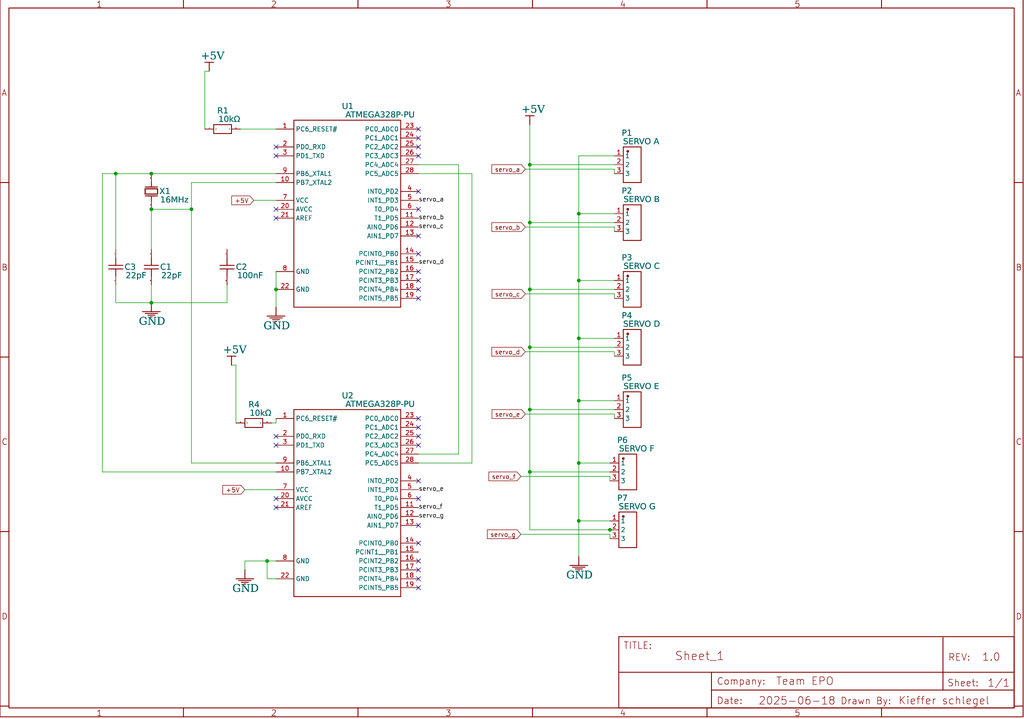
<source format=kicad_sch>
(kicad_sch (version 20250114) (generator "eeschema") (generator_version "9.0")
  (paper "User" 292.1 205.105)
  (lib_symbols
    (symbol "+5V" (power) (pin_numbers (hide yes)) (pin_names (hide yes))
      (property "Value" "+5V" (at 0 -3.81 0))
      (symbol "+5V_0_0"
        (polyline (pts (xy -1.27 -2.54) (xy 1.27 -2.54)) (stroke (width 0.254)))
        (polyline (pts (xy 0 0) (xy 0 -2.54)) (stroke (width 0.254)))
        (pin power_in line (at 0 0 270) (length 0) (name "+5V") (number "1"))
      )
    )
    (symbol "7.62MM-3P"
      (property "Reference" "P1" (at -2.9718 9.8933 0))
      (property "Value" "SERVO A" (at -2.9718 7.5311 0))
      (symbol "7.62MM-3P_0_0"
        (rectangle (start -2.54 5.08) (end 2.54 -5.08) (stroke (width 0.254)))
        (circle (center -1.27 3.81) (radius 0.254) (stroke (width 0.254)) (fill (type outline)))
        (pin unspecified line (at -5.08 2.54 0) (length 2.54) (name "1") (number "1"))
        (pin unspecified line (at -5.08 0 0) (length 2.54) (name "2") (number "2"))
        (pin unspecified line (at -5.08 -2.54 0) (length 2.54) (name "3") (number "3"))
      )
    )
    (symbol "7.62MM-3P_1"
      (property "Reference" "P2" (at -2.9718 9.8933 0))
      (property "Value" "SERVO B" (at -2.9718 7.5311 0))
      (symbol "7.62MM-3P_1_0_0"
        (rectangle (start -2.54 5.08) (end 2.54 -5.08) (stroke (width 0.254)))
        (circle (center -1.27 3.81) (radius 0.254) (stroke (width 0.254)) (fill (type outline)))
        (pin unspecified line (at -5.08 2.54 0) (length 2.54) (name "1") (number "1"))
        (pin unspecified line (at -5.08 0 0) (length 2.54) (name "2") (number "2"))
        (pin unspecified line (at -5.08 -2.54 0) (length 2.54) (name "3") (number "3"))
      )
    )
    (symbol "7.62MM-3P_2"
      (property "Reference" "P3" (at -2.9718 9.8933 0))
      (property "Value" "SERVO C" (at -2.9718 7.5311 0))
      (symbol "7.62MM-3P_2_0_0"
        (rectangle (start -2.54 5.08) (end 2.54 -5.08) (stroke (width 0.254)))
        (circle (center -1.27 3.81) (radius 0.254) (stroke (width 0.254)) (fill (type outline)))
        (pin unspecified line (at -5.08 2.54 0) (length 2.54) (name "1") (number "1"))
        (pin unspecified line (at -5.08 0 0) (length 2.54) (name "2") (number "2"))
        (pin unspecified line (at -5.08 -2.54 0) (length 2.54) (name "3") (number "3"))
      )
    )
    (symbol "7.62MM-3P_3"
      (property "Reference" "P4" (at -2.9718 9.8933 0))
      (property "Value" "SERVO D" (at -2.9718 7.5311 0))
      (symbol "7.62MM-3P_3_0_0"
        (rectangle (start -2.54 5.08) (end 2.54 -5.08) (stroke (width 0.254)))
        (circle (center -1.27 3.81) (radius 0.254) (stroke (width 0.254)) (fill (type outline)))
        (pin unspecified line (at -5.08 2.54 0) (length 2.54) (name "1") (number "1"))
        (pin unspecified line (at -5.08 0 0) (length 2.54) (name "2") (number "2"))
        (pin unspecified line (at -5.08 -2.54 0) (length 2.54) (name "3") (number "3"))
      )
    )
    (symbol "7.62MM-3P_4"
      (property "Reference" "P5" (at -2.9718 9.8933 0))
      (property "Value" "SERVO E" (at -2.9718 7.5311 0))
      (symbol "7.62MM-3P_4_0_0"
        (rectangle (start -2.54 5.08) (end 2.54 -5.08) (stroke (width 0.254)))
        (circle (center -1.27 3.81) (radius 0.254) (stroke (width 0.254)) (fill (type outline)))
        (pin unspecified line (at -5.08 2.54 0) (length 2.54) (name "1") (number "1"))
        (pin unspecified line (at -5.08 0 0) (length 2.54) (name "2") (number "2"))
        (pin unspecified line (at -5.08 -2.54 0) (length 2.54) (name "3") (number "3"))
      )
    )
    (symbol "7.62MM-3P_5"
      (property "Reference" "P6" (at -2.9718 9.8933 0))
      (property "Value" "SERVO F" (at -2.9718 7.5311 0))
      (symbol "7.62MM-3P_5_0_0"
        (rectangle (start -2.54 5.08) (end 2.54 -5.08) (stroke (width 0.254)))
        (circle (center -1.27 3.81) (radius 0.254) (stroke (width 0.254)) (fill (type outline)))
        (pin unspecified line (at -5.08 2.54 0) (length 2.54) (name "1") (number "1"))
        (pin unspecified line (at -5.08 0 0) (length 2.54) (name "2") (number "2"))
        (pin unspecified line (at -5.08 -2.54 0) (length 2.54) (name "3") (number "3"))
      )
    )
    (symbol "7.62MM-3P_6"
      (property "Reference" "P7" (at -2.9718 9.8933 0))
      (property "Value" "SERVO G" (at -2.9718 7.5311 0))
      (symbol "7.62MM-3P_6_0_0"
        (rectangle (start -2.54 5.08) (end 2.54 -5.08) (stroke (width 0.254)))
        (circle (center -1.27 3.81) (radius 0.254) (stroke (width 0.254)) (fill (type outline)))
        (pin unspecified line (at -5.08 2.54 0) (length 2.54) (name "1") (number "1"))
        (pin unspecified line (at -5.08 0 0) (length 2.54) (name "2") (number "2"))
        (pin unspecified line (at -5.08 -2.54 0) (length 2.54) (name "3") (number "3"))
      )
    )
    (symbol "ATMEGA328P-PU"
      (property "Reference" "U1" (at -1.4986 31.4833 0))
      (property "Value" "ATMEGA328P-PU" (at -1.4986 29.1211 0))
      (symbol "ATMEGA328P-PU_0_0"
        (rectangle (start -15.24 26.67) (end 15.24 -26.67) (stroke (width 0.254)))
        (pin bidirectional line (at -20.32 24.13 0) (length 5.08) (name "PC6_RESET#") (number "1"))
        (pin bidirectional line (at -20.32 19.05 0) (length 5.08) (name "PD0_RXD") (number "2"))
        (pin bidirectional line (at -20.32 16.51 0) (length 5.08) (name "PD1_TXD") (number "3"))
        (pin bidirectional line (at -20.32 11.43 0) (length 5.08) (name "PB6_XTAL1") (number "9"))
        (pin bidirectional line (at -20.32 8.89 0) (length 5.08) (name "PB7_XTAL2") (number "10"))
        (pin passive line (at -20.32 3.81 0) (length 5.08) (name "VCC") (number "7"))
        (pin passive line (at -20.32 1.27 0) (length 5.08) (name "AVCC") (number "20"))
        (pin passive line (at -20.32 -1.27 0) (length 5.08) (name "AREF") (number "21"))
        (pin passive line (at -20.32 -16.51 0) (length 5.08) (name "GND") (number "8"))
        (pin passive line (at -20.32 -21.59 0) (length 5.08) (name "GND") (number "22"))
        (pin bidirectional line (at 20.32 24.13 180) (length 5.08) (name "PC0_ADC0") (number "23"))
        (pin bidirectional line (at 20.32 21.59 180) (length 5.08) (name "PC1_ADC1") (number "24"))
        (pin bidirectional line (at 20.32 19.05 180) (length 5.08) (name "PC2_ADC2") (number "25"))
        (pin bidirectional line (at 20.32 16.51 180) (length 5.08) (name "PC3_ADC3") (number "26"))
        (pin bidirectional line (at 20.32 13.97 180) (length 5.08) (name "PC4_ADC4") (number "27"))
        (pin bidirectional line (at 20.32 11.43 180) (length 5.08) (name "PC5_ADC5") (number "28"))
        (pin bidirectional line (at 20.32 6.35 180) (length 5.08) (name "INT0_PD2") (number "4"))
        (pin bidirectional line (at 20.32 3.81 180) (length 5.08) (name "INT1_PD3") (number "5"))
        (pin bidirectional line (at 20.32 1.27 180) (length 5.08) (name "T0_PD4") (number "6"))
        (pin bidirectional line (at 20.32 -1.27 180) (length 5.08) (name "T1_PD5") (number "11"))
        (pin bidirectional line (at 20.32 -3.81 180) (length 5.08) (name "AIN0_PD6") (number "12"))
        (pin bidirectional line (at 20.32 -6.35 180) (length 5.08) (name "AIN1_PD7") (number "13"))
        (pin bidirectional line (at 20.32 -11.43 180) (length 5.08) (name "PCINT0_PB0") (number "14"))
        (pin bidirectional line (at 20.32 -13.97 180) (length 5.08) (name "PCINT1__PB1") (number "15"))
        (pin bidirectional line (at 20.32 -16.51 180) (length 5.08) (name "PCINT2_PB2") (number "16"))
        (pin bidirectional line (at 20.32 -19.05 180) (length 5.08) (name "PCINT3_PB3") (number "17"))
        (pin bidirectional line (at 20.32 -21.59 180) (length 5.08) (name "PCINT4_PB4") (number "18"))
        (pin bidirectional line (at 20.32 -24.13 180) (length 5.08) (name "PCINT5_PB5") (number "19"))
      )
    )
    (symbol "ATMEGA328P-PU_1"
      (property "Reference" "U2" (at -1.4986 31.4833 0))
      (property "Value" "ATMEGA328P-PU" (at -1.4986 29.1211 0))
      (symbol "ATMEGA328P-PU_1_0_0"
        (rectangle (start -15.24 26.67) (end 15.24 -26.67) (stroke (width 0.254)))
        (pin bidirectional line (at -20.32 24.13 0) (length 5.08) (name "PC6_RESET#") (number "1"))
        (pin bidirectional line (at -20.32 19.05 0) (length 5.08) (name "PD0_RXD") (number "2"))
        (pin bidirectional line (at -20.32 16.51 0) (length 5.08) (name "PD1_TXD") (number "3"))
        (pin bidirectional line (at -20.32 11.43 0) (length 5.08) (name "PB6_XTAL1") (number "9"))
        (pin bidirectional line (at -20.32 8.89 0) (length 5.08) (name "PB7_XTAL2") (number "10"))
        (pin passive line (at -20.32 3.81 0) (length 5.08) (name "VCC") (number "7"))
        (pin passive line (at -20.32 1.27 0) (length 5.08) (name "AVCC") (number "20"))
        (pin passive line (at -20.32 -1.27 0) (length 5.08) (name "AREF") (number "21"))
        (pin passive line (at -20.32 -16.51 0) (length 5.08) (name "GND") (number "8"))
        (pin passive line (at -20.32 -21.59 0) (length 5.08) (name "GND") (number "22"))
        (pin bidirectional line (at 20.32 24.13 180) (length 5.08) (name "PC0_ADC0") (number "23"))
        (pin bidirectional line (at 20.32 21.59 180) (length 5.08) (name "PC1_ADC1") (number "24"))
        (pin bidirectional line (at 20.32 19.05 180) (length 5.08) (name "PC2_ADC2") (number "25"))
        (pin bidirectional line (at 20.32 16.51 180) (length 5.08) (name "PC3_ADC3") (number "26"))
        (pin bidirectional line (at 20.32 13.97 180) (length 5.08) (name "PC4_ADC4") (number "27"))
        (pin bidirectional line (at 20.32 11.43 180) (length 5.08) (name "PC5_ADC5") (number "28"))
        (pin bidirectional line (at 20.32 6.35 180) (length 5.08) (name "INT0_PD2") (number "4"))
        (pin bidirectional line (at 20.32 3.81 180) (length 5.08) (name "INT1_PD3") (number "5"))
        (pin bidirectional line (at 20.32 1.27 180) (length 5.08) (name "T0_PD4") (number "6"))
        (pin bidirectional line (at 20.32 -1.27 180) (length 5.08) (name "T1_PD5") (number "11"))
        (pin bidirectional line (at 20.32 -3.81 180) (length 5.08) (name "AIN0_PD6") (number "12"))
        (pin bidirectional line (at 20.32 -6.35 180) (length 5.08) (name "AIN1_PD7") (number "13"))
        (pin bidirectional line (at 20.32 -11.43 180) (length 5.08) (name "PCINT0_PB0") (number "14"))
        (pin bidirectional line (at 20.32 -13.97 180) (length 5.08) (name "PCINT1__PB1") (number "15"))
        (pin bidirectional line (at 20.32 -16.51 180) (length 5.08) (name "PCINT2_PB2") (number "16"))
        (pin bidirectional line (at 20.32 -19.05 180) (length 5.08) (name "PCINT3_PB3") (number "17"))
        (pin bidirectional line (at 20.32 -21.59 180) (length 5.08) (name "PCINT4_PB4") (number "18"))
        (pin bidirectional line (at 20.32 -24.13 180) (length 5.08) (name "PCINT5_PB5") (number "19"))
      )
    )
    (symbol "GND" (power) (pin_numbers (hide yes)) (pin_names (hide yes))
      (property "Value" "GND" (at 0 -6.35 0))
      (symbol "GND_0_0"
        (polyline (pts (xy -2.54 -2.54) (xy 2.54 -2.54)) (stroke (width 0.254)))
        (polyline (pts (xy -1.778 -3.048) (xy 1.778 -3.048)) (stroke (width 0.254)))
        (polyline (pts (xy -1.016 -3.556) (xy 1.016 -3.556)) (stroke (width 0.254)))
        (polyline (pts (xy -0.254 -4.064) (xy 0.254 -4.064)) (stroke (width 0.254)))
        (polyline (pts (xy 0 0) (xy 0 -2.54)) (stroke (width 0.254)))
        (pin power_in line (at 0 0 270) (length 0) (name "GND") (number "1"))
      )
    )
    (symbol "MBB02070C1002FCT00"
      (property "Reference" "R1" (at -1.4986 6.0833 0))
      (property "Value" "10kΩ" (at -1.4986 3.7211 0))
      (symbol "MBB02070C1002FCT00_0_0"
        (rectangle (start -2.54 1.27) (end 2.54 -1.27) (stroke (width 0.254)))
        (pin unspecified line (at -5.08 0 0) (length 2.54) (name "1") (number "1"))
        (pin unspecified line (at 5.08 0 180) (length 2.54) (name "2") (number "2"))
      )
    )
    (symbol "MBB02070C1002FCT00_1"
      (property "Reference" "R4" (at -1.4986 6.0833 0))
      (property "Value" "10kΩ" (at -1.4986 3.7211 0))
      (symbol "MBB02070C1002FCT00_1_0_0"
        (rectangle (start -2.54 1.27) (end 2.54 -1.27) (stroke (width 0.254)))
        (pin unspecified line (at -5.08 0 0) (length 2.54) (name "1") (number "1"))
        (pin unspecified line (at 5.08 0 180) (length 2.54) (name "2") (number "2"))
      )
    )
    (symbol "Unknown_0_-806"
      (symbol "Unknown_0_-806_0_0"
        (rectangle (start 0 0) (end 291.846 -204.724) (stroke (width 0.254)))
        (rectangle (start 2.54 -2.54) (end 289.306 -202.184) (stroke (width 0.254)))
        (polyline (pts (xy 2.54 -52.324) (xy 0 -52.324)) (stroke (width 0.254)))
        (polyline (pts (xy 2.54 -102.108) (xy 0 -102.108)) (stroke (width 0.254)))
        (polyline (pts (xy 2.54 -151.892) (xy 0 -151.892)) (stroke (width 0.254)))
        (polyline (pts (xy 2.54 -201.676) (xy 0 -201.676)) (stroke (width 0.254)))
        (polyline (pts (xy 52.324 -2.54) (xy 52.324 0)) (stroke (width 0.254)))
        (polyline (pts (xy 52.324 -202.184) (xy 52.324 -204.724)) (stroke (width 0.254)))
        (polyline (pts (xy 102.108 -2.54) (xy 102.108 0)) (stroke (width 0.254)))
        (polyline (pts (xy 102.108 -202.184) (xy 102.108 -204.724)) (stroke (width 0.254)))
        (polyline (pts (xy 151.892 -2.54) (xy 151.892 0)) (stroke (width 0.254)))
        (polyline (pts (xy 151.892 -202.184) (xy 151.892 -204.724)) (stroke (width 0.254)))
        (rectangle (start 176.5046 -181.864) (end 289.2806 -202.184) (stroke (width 0.254)))
        (polyline (pts (xy 176.53 -192.024) (xy 289.052 -192.024)) (stroke (width 0.254)))
        (polyline (pts (xy 201.676 -2.54) (xy 201.676 0)) (stroke (width 0.254)))
        (polyline (pts (xy 201.676 -202.184) (xy 201.676 -204.724)) (stroke (width 0.254)))
        (polyline (pts (xy 202.946 -192.024) (xy 202.946 -202.184)) (stroke (width 0.254)))
        (polyline (pts (xy 202.946 -197.104) (xy 289.052 -197.104)) (stroke (width 0.254)))
        (polyline (pts (xy 251.46 -2.54) (xy 251.46 0)) (stroke (width 0.254)))
        (polyline (pts (xy 251.46 -202.184) (xy 251.46 -204.724)) (stroke (width 0.254)))
        (polyline (pts (xy 268.986 -182.118) (xy 268.986 -192.024)) (stroke (width 0.254)))
        (polyline (pts (xy 268.986 -192.024) (xy 268.986 -197.104)) (stroke (width 0.254)))
        (polyline (pts (xy 289.306 -52.324) (xy 291.846 -52.324)) (stroke (width 0.254)))
        (polyline (pts (xy 289.306 -102.108) (xy 291.846 -102.108)) (stroke (width 0.254)))
        (polyline (pts (xy 289.306 -151.892) (xy 291.846 -151.892)) (stroke (width 0.254)))
        (polyline (pts (xy 289.306 -201.676) (xy 291.846 -201.676)) (stroke (width 0.254)))
        (text "A" (at 0.381 -25.7429 0) (effects (font (size 1.6891 1.6891)) (justify left top)))
        (text "B" (at 0.381 -75.5269 0) (effects (font (size 1.6891 1.6891)) (justify left top)))
        (text "C" (at 0.381 -125.3109 0) (effects (font (size 1.6891 1.6891)) (justify left top)))
        (text "D" (at 0.381 -175.0949 0) (effects (font (size 1.6891 1.6891)) (justify left top)))
        (text "1" (at 27.432 -0.4699 0) (effects (font (size 1.6891 1.6891)) (justify left top)))
        (text "1" (at 27.432 -202.6539 0) (effects (font (size 1.6891 1.6891)) (justify left top)))
        (text "2" (at 77.216 -0.4699 0) (effects (font (size 1.6891 1.6891)) (justify left top)))
        (text "2" (at 77.216 -202.6539 0) (effects (font (size 1.6891 1.6891)) (justify left top)))
        (text "3" (at 127 -0.4699 0) (effects (font (size 1.6891 1.6891)) (justify left top)))
        (text "3" (at 127 -202.6539 0) (effects (font (size 1.6891 1.6891)) (justify left top)))
        (text "4" (at 176.784 -0.4699 0) (effects (font (size 1.6891 1.6891)) (justify left top)))
        (text "4" (at 176.784 -202.6539 0) (effects (font (size 1.6891 1.6891)) (justify left top)))
        (text "TITLE:" (at 177.7746 -183.2356 0) (effects (font (size 1.9304 1.9304)) (justify left top)))
        (text "Sheet_1" (at 192.4304 -185.928 0) (effects (font (size 2.413 2.413)) (justify left top)))
        (text "Company:" (at 204.3684 -193.4464 0) (effects (font (size 1.9304 1.9304)) (justify left top)))
        (text "Date:" (at 204.3684 -198.9836 0) (effects (font (size 1.9304 1.9304)) (justify left top)))
        (text "2025-06-18" (at 216.3064 -198.8439 0) (effects (font (size 2.1717 2.1717)) (justify left top)))
        (text "Team EPO" (at 221.2848 -193.2305 0) (effects (font (size 2.1717 2.1717)) (justify left top)))
        (text "5" (at 226.568 -0.4699 0) (effects (font (size 1.6891 1.6891)) (justify left top)))
        (text "5" (at 226.568 -202.6539 0) (effects (font (size 1.6891 1.6891)) (justify left top)))
        (text "Drawn By:" (at 239.6744 -199.0344 0) (effects (font (size 1.9304 1.9304)) (justify left top)))
        (text "Kieffer schlegel" (at 256.1844 -198.7931 0) (effects (font (size 2.1717 2.1717)) (justify left top)))
        (text "Sheet:" (at 270.1544 -193.9036 0) (effects (font (size 1.9304 1.9304)) (justify left top)))
        (text "REV:" (at 270.4084 -186.5884 0) (effects (font (size 1.9304 1.9304)) (justify left top)))
        (text "1.0" (at 280.0604 -186.3471 0) (effects (font (size 2.1717 2.1717)) (justify left top)))
        (text "1/1" (at 281.5844 -193.7639 0) (effects (font (size 2.1717 2.1717)) (justify left top)))
        (text "A" (at 289.687 -25.7429 0) (effects (font (size 1.6891 1.6891)) (justify left top)))
        (text "B" (at 289.687 -75.5269 0) (effects (font (size 1.6891 1.6891)) (justify left top)))
        (text "C" (at 289.687 -125.3109 0) (effects (font (size 1.6891 1.6891)) (justify left top)))
        (text "D" (at 289.687 -175.0949 0) (effects (font (size 1.6891 1.6891)) (justify left top)))
      )
    )
    (symbol "X49SD16MSD2SC"
      (property "Reference" "X1" (at 2.286 0.8763 0))
      (property "Value" "16MHz" (at 2.286 -1.4859 0))
      (symbol "X49SD16MSD2SC_0_0"
        (polyline (pts (xy -1.778 1.27) (xy 1.778 1.27)) (stroke (width 0.254)))
        (polyline (pts (xy -1.778 0.762) (xy 1.778 0.762) (xy 1.778 -0.762) (xy -1.778 -0.762)) (stroke (width 0.254)))
        (polyline (pts (xy -1.778 -0.762) (xy -1.778 0.762)) (stroke (width 0.254)))
        (polyline (pts (xy -1.778 -1.27) (xy 1.778 -1.27)) (stroke (width 0.254)))
        (polyline (pts (xy -1.016 1.27) (xy 1.016 1.27)) (stroke (width 0.254)))
        (polyline (pts (xy -1.016 -1.27) (xy 1.016 -1.27)) (stroke (width 0.254)))
        (polyline (pts (xy 0 2.54) (xy 0 1.524)) (stroke (width 0.254)))
        (polyline (pts (xy 0 -2.54) (xy 0 -1.524)) (stroke (width 0.254)))
        (polyline (pts (xy 1.778 -0.762) (xy -1.778 -0.762) (xy -1.778 0.762) (xy 1.778 0.762) (xy 1.778 -0.762)) (stroke (width 0.254)))
        (pin input line (at 0 5.08 270) (length 2.54) (name "OSC1") (number "1"))
        (pin input line (at 0 -5.08 90) (length 2.54) (name "OSC2") (number "2"))
      )
    )
    (symbol "Y5P102K2KV16CC0224"
      (property "Reference" "C1" (at 2.54 0.8763 0))
      (property "Value" "22pF" (at 2.54 -1.4859 0))
      (symbol "Y5P102K2KV16CC0224_0_0"
        (polyline (pts (xy -2.032 0.508) (xy 2.032 0.508)) (stroke (width 0.254)))
        (polyline (pts (xy 0 2.54) (xy 0 0.508)) (stroke (width 0.254)))
        (polyline (pts (xy 0 -0.508) (xy 0 -2.54)) (stroke (width 0.254)))
        (polyline (pts (xy 2.032 -0.508) (xy -2.032 -0.508)) (stroke (width 0.254)))
        (pin unspecified line (at 0 5.08 270) (length 2.54) (name "2") (number "2"))
        (pin unspecified line (at 0 -5.08 90) (length 2.54) (name "1") (number "1"))
      )
    )
    (symbol "Y5P102K2KV16CC0224_1"
      (property "Reference" "C2" (at 2.54 0.8763 0))
      (property "Value" "100nF" (at 2.54 -1.4859 0))
      (symbol "Y5P102K2KV16CC0224_1_0_0"
        (polyline (pts (xy -2.032 0.508) (xy 2.032 0.508)) (stroke (width 0.254)))
        (polyline (pts (xy 0 2.54) (xy 0 0.508)) (stroke (width 0.254)))
        (polyline (pts (xy 0 -0.508) (xy 0 -2.54)) (stroke (width 0.254)))
        (polyline (pts (xy 2.032 -0.508) (xy -2.032 -0.508)) (stroke (width 0.254)))
        (pin unspecified line (at 0 5.08 270) (length 2.54) (name "2") (number "2"))
        (pin unspecified line (at 0 -5.08 90) (length 2.54) (name "1") (number "1"))
      )
    )
    (symbol "Y5P102K2KV16CC0224_2"
      (property "Reference" "C3" (at 2.54 0.8763 0))
      (property "Value" "22pF" (at 2.54 -1.4859 0))
      (symbol "Y5P102K2KV16CC0224_2_0_0"
        (polyline (pts (xy -2.032 0.508) (xy 2.032 0.508)) (stroke (width 0.254)))
        (polyline (pts (xy 0 2.54) (xy 0 0.508)) (stroke (width 0.254)))
        (polyline (pts (xy 0 -0.508) (xy 0 -2.54)) (stroke (width 0.254)))
        (polyline (pts (xy 2.032 -0.508) (xy -2.032 -0.508)) (stroke (width 0.254)))
        (pin unspecified line (at 0 5.08 270) (length 2.54) (name "2") (number "2"))
        (pin unspecified line (at 0 -5.08 90) (length 2.54) (name "1") (number "1"))
      )
    )
  )
  (junction (at 33.02 49.53))
  (junction (at 165.1 114.3))
  (junction (at 151.13 99.06))
  (junction (at 151.13 134.62))
  (junction (at 151.13 46.99))
  (junction (at 165.1 96.52))
  (junction (at 151.13 82.55))
  (junction (at 165.1 148.59))
  (junction (at 43.18 49.53))
  (junction (at 165.1 132.08))
  (junction (at 76.2 160.02))
  (junction (at 43.18 86.36))
  (junction (at 54.61 59.69))
  (junction (at 78.74 82.55))
  (junction (at 43.18 59.69))
  (junction (at 165.1 80.01))
  (junction (at 151.13 63.5))
  (junction (at 165.1 60.96))
  (junction (at 173.99 151.13))
  (junction (at 151.13 116.84))
  (no_connect (at 119.38 44.45))
  (no_connect (at 119.38 72.39))
  (no_connect (at 119.38 167.64))
  (no_connect (at 78.74 127))
  (no_connect (at 119.38 121.92))
  (no_connect (at 78.74 124.46))
  (no_connect (at 78.74 142.24))
  (no_connect (at 78.74 44.45))
  (no_connect (at 119.38 39.37))
  (no_connect (at 119.38 85.09))
  (no_connect (at 119.38 82.55))
  (no_connect (at 119.38 54.61))
  (no_connect (at 119.38 154.94))
  (no_connect (at 78.74 144.78))
  (no_connect (at 119.38 67.31))
  (no_connect (at 119.38 77.47))
  (no_connect (at 119.38 162.56))
  (no_connect (at 119.38 137.16))
  (no_connect (at 119.38 149.86))
  (no_connect (at 119.38 165.1))
  (no_connect (at 119.38 124.46))
  (no_connect (at 119.38 160.02))
  (no_connect (at 119.38 142.24))
  (no_connect (at 119.38 119.38))
  (no_connect (at 119.38 36.83))
  (no_connect (at 119.38 41.91))
  (no_connect (at 119.38 127))
  (no_connect (at 78.74 62.23))
  (no_connect (at 78.74 59.69))
  (no_connect (at 78.74 41.91))
  (no_connect (at 119.38 59.69))
  (no_connect (at 119.38 80.01))
  (wire (pts (xy 173.99 151.13) (xy 151.13 151.13)))
  (wire (pts (xy 175.26 151.13) (xy 173.99 151.13)))
  (wire (pts (xy 175.26 114.3) (xy 165.1 114.3)))
  (wire (pts (xy 175.26 116.84) (xy 151.13 116.84)))
  (wire (pts (xy 78.74 57.15) (xy 72.39 57.15)))
  (wire (pts (xy 54.61 59.69) (xy 54.61 52.07)))
  (wire (pts (xy 58.42 20.32) (xy 59.69 20.32)))
  (wire (pts (xy 64.77 86.36) (xy 43.18 86.36)))
  (wire (pts (xy 173.99 148.59) (xy 165.1 148.59)))
  (wire (pts (xy 78.74 119.38) (xy 78.74 120.65)))
  (wire (pts (xy 33.02 49.53) (xy 43.18 49.53)))
  (wire (pts (xy 130.81 46.99) (xy 130.81 129.54)))
  (wire (pts (xy 54.61 132.08) (xy 54.61 59.69)))
  (wire (pts (xy 43.18 49.53) (xy 78.74 49.53)))
  (wire (pts (xy 67.31 104.14) (xy 66.04 104.14)))
  (wire (pts (xy 149.86 118.11) (xy 175.26 118.11)))
  (wire (pts (xy 69.85 160.02) (xy 69.85 162.56)))
  (wire (pts (xy 43.18 59.69) (xy 54.61 59.69)))
  (wire (pts (xy 149.86 100.33) (xy 175.26 100.33)))
  (wire (pts (xy 149.86 64.77) (xy 175.26 64.77)))
  (wire (pts (xy 151.13 99.06) (xy 151.13 82.55)))
  (wire (pts (xy 134.62 49.53) (xy 134.62 132.08)))
  (wire (pts (xy 165.1 60.96) (xy 165.1 80.01)))
  (wire (pts (xy 173.99 135.89) (xy 173.99 137.16)))
  (wire (pts (xy 175.26 100.33) (xy 175.26 101.6)))
  (wire (pts (xy 175.26 96.52) (xy 165.1 96.52)))
  (wire (pts (xy 78.74 36.83) (xy 68.58 36.83)))
  (wire (pts (xy 175.26 118.11) (xy 175.26 119.38)))
  (wire (pts (xy 29.21 134.62) (xy 29.21 49.53)))
  (wire (pts (xy 29.21 49.53) (xy 33.02 49.53)))
  (wire (pts (xy 151.13 134.62) (xy 151.13 116.84)))
  (wire (pts (xy 151.13 151.13) (xy 151.13 134.62)))
  (wire (pts (xy 175.26 83.82) (xy 175.26 85.09)))
  (wire (pts (xy 175.26 82.55) (xy 151.13 82.55)))
  (wire (pts (xy 175.26 60.96) (xy 165.1 60.96)))
  (wire (pts (xy 64.77 81.28) (xy 64.77 86.36)))
  (wire (pts (xy 78.74 160.02) (xy 76.2 160.02)))
  (wire (pts (xy 173.99 152.4) (xy 173.99 153.67)))
  (wire (pts (xy 78.74 132.08) (xy 54.61 132.08)))
  (wire (pts (xy 175.26 46.99) (xy 151.13 46.99)))
  (wire (pts (xy 149.86 48.26) (xy 175.26 48.26)))
  (wire (pts (xy 76.2 165.1) (xy 76.2 160.02)))
  (wire (pts (xy 78.74 120.65) (xy 77.47 120.65)))
  (wire (pts (xy 151.13 46.99) (xy 151.13 35.56)))
  (wire (pts (xy 165.1 132.08) (xy 165.1 148.59)))
  (wire (pts (xy 148.59 152.4) (xy 173.99 152.4)))
  (wire (pts (xy 175.26 64.77) (xy 175.26 66.04)))
  (wire (pts (xy 165.1 80.01) (xy 165.1 96.52)))
  (wire (pts (xy 58.42 36.83) (xy 58.42 20.32)))
  (wire (pts (xy 78.74 139.7) (xy 69.85 139.7)))
  (wire (pts (xy 78.74 165.1) (xy 76.2 165.1)))
  (wire (pts (xy 119.38 46.99) (xy 130.81 46.99)))
  (wire (pts (xy 149.86 83.82) (xy 175.26 83.82)))
  (wire (pts (xy 76.2 160.02) (xy 69.85 160.02)))
  (wire (pts (xy 165.1 148.59) (xy 165.1 158.75)))
  (wire (pts (xy 67.31 120.65) (xy 67.31 104.14)))
  (wire (pts (xy 165.1 96.52) (xy 165.1 114.3)))
  (wire (pts (xy 175.26 48.26) (xy 175.26 49.53)))
  (wire (pts (xy 33.02 71.12) (xy 33.02 49.53)))
  (wire (pts (xy 175.26 80.01) (xy 165.1 80.01)))
  (wire (pts (xy 134.62 132.08) (xy 119.38 132.08)))
  (wire (pts (xy 33.02 86.36) (xy 43.18 86.36)))
  (wire (pts (xy 78.74 87.63) (xy 78.74 82.55)))
  (wire (pts (xy 151.13 82.55) (xy 151.13 63.5)))
  (wire (pts (xy 151.13 116.84) (xy 151.13 99.06)))
  (wire (pts (xy 165.1 114.3) (xy 165.1 132.08)))
  (wire (pts (xy 173.99 132.08) (xy 165.1 132.08)))
  (wire (pts (xy 148.59 135.89) (xy 173.99 135.89)))
  (wire (pts (xy 33.02 86.36) (xy 33.02 81.28)))
  (wire (pts (xy 43.18 81.28) (xy 43.18 86.36)))
  (wire (pts (xy 175.26 44.45) (xy 165.1 44.45)))
  (wire (pts (xy 151.13 63.5) (xy 151.13 46.99)))
  (wire (pts (xy 130.81 129.54) (xy 119.38 129.54)))
  (wire (pts (xy 78.74 82.55) (xy 78.74 77.47)))
  (wire (pts (xy 175.26 63.5) (xy 151.13 63.5)))
  (wire (pts (xy 43.18 71.12) (xy 43.18 59.69)))
  (wire (pts (xy 175.26 99.06) (xy 151.13 99.06)))
  (wire (pts (xy 78.74 134.62) (xy 29.21 134.62)))
  (wire (pts (xy 54.61 52.07) (xy 78.74 52.07)))
  (wire (pts (xy 173.99 134.62) (xy 151.13 134.62)))
  (wire (pts (xy 165.1 44.45) (xy 165.1 60.96)))
  (wire (pts (xy 119.38 49.53) (xy 134.62 49.53)))
  (label "servo_d" (at 119.38 74.93 0))
  (label "servo_g" (at 119.38 147.32 0))
  (label "servo_e" (at 119.38 139.7 0))
  (label "servo_c" (at 119.38 64.77 0))
  (label "servo_a" (at 119.38 57.15 0))
  (label "servo_b" (at 119.38 62.23 0))
  (label "servo_f" (at 119.38 144.78 0))
  (global_label "servo_b" (shape input) (at 149.86 64.77 180) (property "Intersheetrefs" "${INTERSHEET_REFS}" (effects (hide yes))))
  (global_label "+5V" (shape input) (at 69.85 139.7 180) (property "Intersheetrefs" "${INTERSHEET_REFS}" (effects (hide yes))))
  (global_label "servo_d" (shape input) (at 149.86 100.33 180) (property "Intersheetrefs" "${INTERSHEET_REFS}" (effects (hide yes))))
  (global_label "servo_e" (shape input) (at 149.86 118.11 180) (property "Intersheetrefs" "${INTERSHEET_REFS}" (effects (hide yes))))
  (global_label "servo_g" (shape input) (at 148.59 152.4 180) (property "Intersheetrefs" "${INTERSHEET_REFS}" (effects (hide yes))))
  (global_label "servo_f" (shape input) (at 148.59 135.89 180) (property "Intersheetrefs" "${INTERSHEET_REFS}" (effects (hide yes))))
  (global_label "servo_a" (shape input) (at 149.86 48.26 180) (property "Intersheetrefs" "${INTERSHEET_REFS}" (effects (hide yes))))
  (global_label "+5V" (shape input) (at 72.39 57.15 180) (property "Intersheetrefs" "${INTERSHEET_REFS}" (effects (hide yes))))
  (global_label "servo_c" (shape input) (at 149.86 83.82 180) (property "Intersheetrefs" "${INTERSHEET_REFS}" (effects (hide yes))))
  (symbol (lib_id "+5V") (at 151.13 35.56 0) (mirror x) (unit 0)
    (property "Reference" "#PWR?" (effects (hide yes)))
    (property "Value" "+5V" (at 148.59 32.512 0) (effects (font (size 2.1717 2.1717)) (justify left top)))
    (property "Description" "Power symbol creates a global label with name '+5V'" (effects (hide yes)))
  )
  (symbol (lib_id "ATMEGA328P-PU") (at 99.06 60.96 0) (unit 0)
    (property "Reference" "U1" (at 97.5614 29.4767 0) (effects (font (size 1.6891 1.6891)) (justify left top)))
    (property "Value" "ATMEGA328P-PU" (at 97.5614 31.8389 0) (effects (font (size 1.6891 1.6891)) (justify left top)))
    (property "Manufacturer Part" "ATMEGA328P-PU" (effects (hide yes)))
    (property "Manufacturer" "MICROCHIP(美国微芯)" (effects (hide yes)))
    (property "Supplier Part" "C33901" (effects (hide yes)))
    (property "Supplier" "LCSC" (effects (hide yes)))
  )
  (symbol (lib_id "MBB02070C1002FCT00_1") (at 72.39 120.65 0) (unit 0)
    (property "Reference" "R4" (at 70.8914 114.5667 0) (effects (font (size 1.6891 1.6891)) (justify left top)))
    (property "Value" "10kΩ" (at 70.8914 116.9289 0) (effects (font (size 1.6891 1.6891)) (justify left top)))
    (property "Manufacturer Part" "MBB02070C1002FCT00" (effects (hide yes)))
    (property "Manufacturer" "VISHAY(威世)" (effects (hide yes)))
    (property "Supplier Part" "C1364513" (effects (hide yes)))
    (property "Supplier" "LCSC" (effects (hide yes)))
  )
  (symbol (lib_id "X49SD16MSD2SC") (at 43.18 54.61 0) (unit 0)
    (property "Reference" "X1" (at 45.466 53.7337 0) (effects (font (size 1.6891 1.6891)) (justify left top)))
    (property "Value" "16MHz" (at 45.466 56.0959 0) (effects (font (size 1.6891 1.6891)) (justify left top)))
    (property "Manufacturer Part" "X49SD16MSD2SC" (effects (hide yes)))
    (property "Manufacturer" "YXC(扬兴晶振)" (effects (hide yes)))
    (property "Supplier Part" "C16212" (effects (hide yes)))
    (property "Supplier" "LCSC" (effects (hide yes)))
  )
  (symbol (lib_id "7.62MM-3P_1") (at 180.34 63.5 0) (unit 0)
    (property "Reference" "P2" (at 177.3682 53.6067 0) (effects (font (size 1.6891 1.6891)) (justify left top)))
    (property "Value" "SERVO B" (at 177.3682 55.9689 0) (effects (font (size 1.6891 1.6891)) (justify left top)))
    (property "Manufacturer Part" "7.62mm-3P" (effects (hide yes)))
    (property "Manufacturer" "null" (effects (hide yes)))
    (property "Supplier Part" "C9900001971" (effects (hide yes)))
    (property "Supplier" "LCSC" (effects (hide yes)))
  )
  (symbol (lib_id "Y5P102K2KV16CC0224_1") (at 64.77 76.2 0) (unit 0)
    (property "Reference" "C2" (at 67.31 75.3237 0) (effects (font (size 1.6891 1.6891)) (justify left top)))
    (property "Value" "100nF" (at 67.31 77.6859 0) (effects (font (size 1.6891 1.6891)) (justify left top)))
    (property "Manufacturer Part" "Y5P102K2KV16CC0224" (effects (hide yes)))
    (property "Manufacturer" "KNSCHA(科尼盛)" (effects (hide yes)))
    (property "Supplier Part" "C2887266" (effects (hide yes)))
    (property "Supplier" "LCSC" (effects (hide yes)))
  )
  (symbol (lib_id "GND") (at 43.18 86.36 0) (unit 0)
    (property "Reference" "#PWR?" (effects (hide yes)))
    (property "Value" "GND" (at 39.878 92.964 0) (effects (font (size 2.1717 2.1717)) (justify left bottom)))
    (property "Description" "Power symbol creates a global label with name 'GND'" (effects (hide yes)))
  )
  (symbol (lib_id "+5V") (at 66.04 104.14 0) (mirror x) (unit 0)
    (property "Reference" "#PWR?" (effects (hide yes)))
    (property "Value" "+5V" (at 63.5 101.092 0) (effects (font (size 2.1717 2.1717)) (justify left top)))
    (property "Description" "Power symbol creates a global label with name '+5V'" (effects (hide yes)))
  )
  (symbol (lib_id "MBB02070C1002FCT00") (at 63.5 36.83 0) (unit 0)
    (property "Reference" "R1" (at 62.0014 30.7467 0) (effects (font (size 1.6891 1.6891)) (justify left top)))
    (property "Value" "10kΩ" (at 62.0014 33.1089 0) (effects (font (size 1.6891 1.6891)) (justify left top)))
    (property "Manufacturer Part" "MBB02070C1002FCT00" (effects (hide yes)))
    (property "Manufacturer" "VISHAY(威世)" (effects (hide yes)))
    (property "Supplier Part" "C1364513" (effects (hide yes)))
    (property "Supplier" "LCSC" (effects (hide yes)))
  )
  (symbol (lib_id "+5V") (at 59.69 20.32 0) (mirror x) (unit 0)
    (property "Reference" "#PWR?" (effects (hide yes)))
    (property "Value" "+5V" (at 57.15 17.272 0) (effects (font (size 2.1717 2.1717)) (justify left top)))
    (property "Description" "Power symbol creates a global label with name '+5V'" (effects (hide yes)))
  )
  (symbol (lib_id "GND") (at 78.74 87.63 0) (unit 0)
    (property "Reference" "#PWR?" (effects (hide yes)))
    (property "Value" "GND" (at 75.438 94.234 0) (effects (font (size 2.1717 2.1717)) (justify left bottom)))
    (property "Description" "Power symbol creates a global label with name 'GND'" (effects (hide yes)))
  )
  (symbol (lib_id "GND") (at 165.1 158.75 0) (unit 0)
    (property "Reference" "#PWR?" (effects (hide yes)))
    (property "Value" "GND" (at 161.798 165.354 0) (effects (font (size 2.1717 2.1717)) (justify left bottom)))
    (property "Description" "Power symbol creates a global label with name 'GND'" (effects (hide yes)))
  )
  (symbol (lib_id "7.62MM-3P_3") (at 180.34 99.06 0) (unit 0)
    (property "Reference" "P4" (at 177.3682 89.1667 0) (effects (font (size 1.6891 1.6891)) (justify left top)))
    (property "Value" "SERVO D" (at 177.3682 91.5289 0) (effects (font (size 1.6891 1.6891)) (justify left top)))
    (property "Manufacturer Part" "7.62mm-3P" (effects (hide yes)))
    (property "Manufacturer" "null" (effects (hide yes)))
    (property "Supplier Part" "C9900001971" (effects (hide yes)))
    (property "Supplier" "LCSC" (effects (hide yes)))
  )
  (symbol (lib_id "Y5P102K2KV16CC0224") (at 43.18 76.2 0) (unit 0)
    (property "Reference" "C1" (at 45.72 75.3237 0) (effects (font (size 1.6891 1.6891)) (justify left top)))
    (property "Value" "22pF" (at 45.72 77.6859 0) (effects (font (size 1.6891 1.6891)) (justify left top)))
    (property "Manufacturer Part" "Y5P102K2KV16CC0224" (effects (hide yes)))
    (property "Manufacturer" "KNSCHA(科尼盛)" (effects (hide yes)))
    (property "Supplier Part" "C2887266" (effects (hide yes)))
    (property "Supplier" "LCSC" (effects (hide yes)))
  )
  (symbol (lib_id "7.62MM-3P_5") (at 179.07 134.62 0) (unit 0)
    (property "Reference" "P6" (at 176.0982 124.7267 0) (effects (font (size 1.6891 1.6891)) (justify left top)))
    (property "Value" "SERVO F" (at 176.0982 127.0889 0) (effects (font (size 1.6891 1.6891)) (justify left top)))
    (property "Manufacturer Part" "7.62mm-3P" (effects (hide yes)))
    (property "Manufacturer" "null" (effects (hide yes)))
    (property "Supplier Part" "C9900001971" (effects (hide yes)))
    (property "Supplier" "LCSC" (effects (hide yes)))
  )
  (symbol (lib_id "7.62MM-3P_4") (at 180.34 116.84 0) (unit 0)
    (property "Reference" "P5" (at 177.3682 106.9467 0) (effects (font (size 1.6891 1.6891)) (justify left top)))
    (property "Value" "SERVO E" (at 177.3682 109.3089 0) (effects (font (size 1.6891 1.6891)) (justify left top)))
    (property "Manufacturer Part" "7.62mm-3P" (effects (hide yes)))
    (property "Manufacturer" "null" (effects (hide yes)))
    (property "Supplier Part" "C9900001971" (effects (hide yes)))
    (property "Supplier" "LCSC" (effects (hide yes)))
  )
  (symbol (lib_id "7.62MM-3P_6") (at 179.07 151.13 0) (unit 0)
    (property "Reference" "P7" (at 176.0982 141.2367 0) (effects (font (size 1.6891 1.6891)) (justify left top)))
    (property "Value" "SERVO G" (at 176.0982 143.5989 0) (effects (font (size 1.6891 1.6891)) (justify left top)))
    (property "Manufacturer Part" "7.62mm-3P" (effects (hide yes)))
    (property "Manufacturer" "null" (effects (hide yes)))
    (property "Supplier Part" "C9900001971" (effects (hide yes)))
    (property "Supplier" "LCSC" (effects (hide yes)))
  )
  (symbol (lib_id "Unknown_0_-806") (at 0 -0.254 0) (unit 0)
    (property "Reference" "A" (effects (hide yes)))
    (property "Value" "A" (effects (hide yes)))
    (property "Manufacturer Part" "?" (effects (hide yes)))
  )
  (symbol (lib_id "7.62MM-3P") (at 180.34 46.99 0) (unit 0)
    (property "Reference" "P1" (at 177.3682 37.0967 0) (effects (font (size 1.6891 1.6891)) (justify left top)))
    (property "Value" "SERVO A" (at 177.3682 39.4589 0) (effects (font (size 1.6891 1.6891)) (justify left top)))
    (property "Manufacturer Part" "7.62mm-3P" (effects (hide yes)))
    (property "Manufacturer" "null" (effects (hide yes)))
    (property "Supplier Part" "C9900001971" (effects (hide yes)))
    (property "Supplier" "LCSC" (effects (hide yes)))
  )
  (symbol (lib_id "Y5P102K2KV16CC0224_2") (at 33.02 76.2 0) (unit 0)
    (property "Reference" "C3" (at 35.56 75.3237 0) (effects (font (size 1.6891 1.6891)) (justify left top)))
    (property "Value" "22pF" (at 35.56 77.6859 0) (effects (font (size 1.6891 1.6891)) (justify left top)))
    (property "Manufacturer Part" "Y5P102K2KV16CC0224" (effects (hide yes)))
    (property "Manufacturer" "KNSCHA(科尼盛)" (effects (hide yes)))
    (property "Supplier Part" "C2887266" (effects (hide yes)))
    (property "Supplier" "LCSC" (effects (hide yes)))
  )
  (symbol (lib_id "ATMEGA328P-PU_1") (at 99.06 143.51 0) (unit 0)
    (property "Reference" "U2" (at 97.5614 112.0267 0) (effects (font (size 1.6891 1.6891)) (justify left top)))
    (property "Value" "ATMEGA328P-PU" (at 97.5614 114.3889 0) (effects (font (size 1.6891 1.6891)) (justify left top)))
    (property "Manufacturer Part" "ATMEGA328P-PU" (effects (hide yes)))
    (property "Manufacturer" "MICROCHIP(美国微芯)" (effects (hide yes)))
    (property "Supplier Part" "C33901" (effects (hide yes)))
    (property "Supplier" "LCSC" (effects (hide yes)))
  )
  (symbol (lib_id "7.62MM-3P_2") (at 180.34 82.55 0) (unit 0)
    (property "Reference" "P3" (at 177.3682 72.6567 0) (effects (font (size 1.6891 1.6891)) (justify left top)))
    (property "Value" "SERVO C" (at 177.3682 75.0189 0) (effects (font (size 1.6891 1.6891)) (justify left top)))
    (property "Manufacturer Part" "7.62mm-3P" (effects (hide yes)))
    (property "Manufacturer" "null" (effects (hide yes)))
    (property "Supplier Part" "C9900001971" (effects (hide yes)))
    (property "Supplier" "LCSC" (effects (hide yes)))
  )
  (symbol (lib_id "GND") (at 69.85 162.56 0) (unit 0)
    (property "Reference" "#PWR?" (effects (hide yes)))
    (property "Value" "GND" (at 66.548 169.164 0) (effects (font (size 2.1717 2.1717)) (justify left bottom)))
    (property "Description" "Power symbol creates a global label with name 'GND'" (effects (hide yes)))
  )
)
</source>
